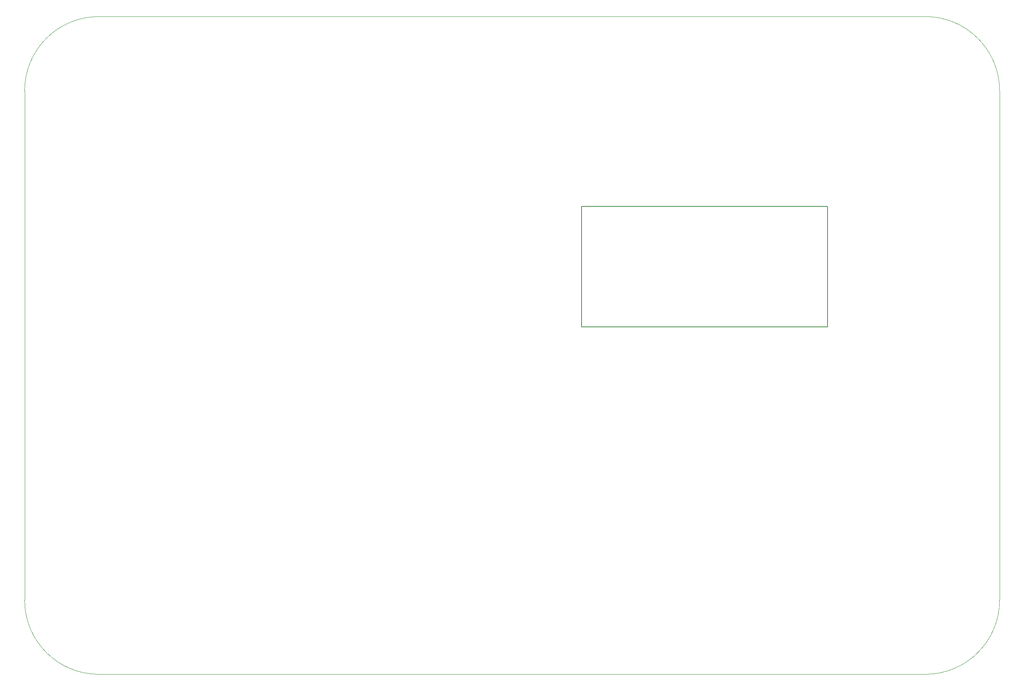
<source format=gm1>
G04*
G04 #@! TF.GenerationSoftware,Altium Limited,Altium Designer,20.0.11 (256)*
G04*
G04 Layer_Color=52428*
%FSLAX44Y44*%
%MOMM*%
G71*
G01*
G75*
%ADD59C,0.2000*%
%ADD87C,0.1000*%
D59*
X150000Y40000D02*
Y90000D01*
X680000Y40000D02*
Y300000D01*
X150000Y40000D02*
X680000D01*
X150000Y300000D02*
X680000D01*
X150000Y90000D02*
Y300000D01*
D87*
X-1050400Y-549600D02*
G03*
X-890400Y-709600I160000J0D01*
G01*
Y709600D02*
G03*
X-1050400Y549600I0J-160000D01*
G01*
X890400Y-709600D02*
G03*
X1050400Y-549600I0J160000D01*
G01*
Y549600D02*
G03*
X890400Y709600I-160000J0D01*
G01*
X1050400Y-549600D02*
Y549600D01*
X-1050400Y-549600D02*
Y549600D01*
X-890400Y-709600D02*
X890400D01*
X-890400Y709600D02*
X890400D01*
M02*

</source>
